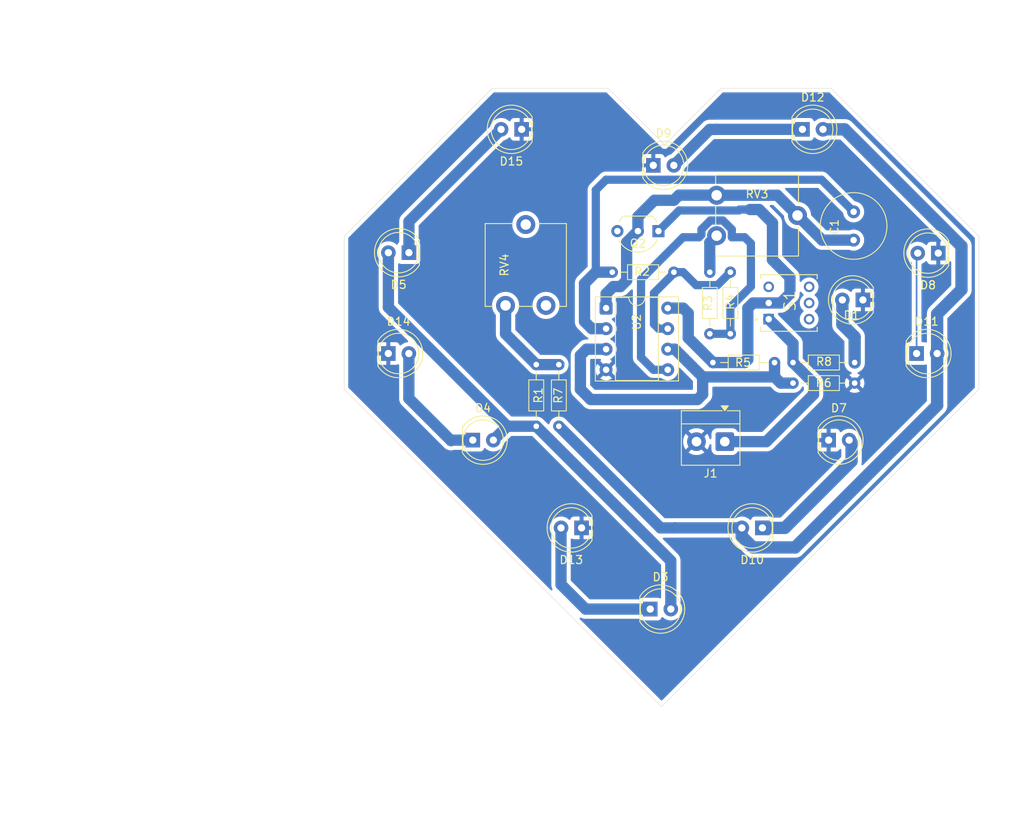
<source format=kicad_pcb>
(kicad_pcb (version 20241229) (generator "pcbnew") (generator_version "9.0")
  (layers (0 "F.Cu" signal) (2 "B.Cu" signal) (13 "F.Paste" user) (15 "B.Paste" user) (5 "F.SilkS" user "F.Silkscreen") (7 "B.SilkS" user "B.Silkscreen") (1 "F.Mask" user) (3 "B.Mask" user) (25 "Edge.Cuts" user))
  (net 0 "")
  (net 1 "breath")
  (net 2 "Net-(D3-A)")
  (net 3 "Net-(D13-A)")
  (net 4 "Net-(D14-A)")
  (net 5 "Net-(D15-A)")
  (net 6 "GND")
  (net 7 "Net-(D10-K)")
  (net 8 "Net-(D11-K)")
  (net 9 "Net-(D12-K)")
  (net 10 "Net-(D10-A)")
  (net 11 "+12V")
  (net 12 "Net-(R1-Pad1)")
  (net 13 "Net-(R2-Pad2)")
  (net 14 "Net-(R3-Pad2)")
  (net 15 "Net-(U2A--)")
  (net 16 "Net-(U2B-+)")
  (net 17 "Net-(U2A-+)")
  (net 18 "+12V_pre")
  (net 19 "Net-(D1-A)")
  (net 24 "Net-(Q2-E)")
  (footprint "Resistor_THT:R_Axial_DIN0204_L3.6mm_D1.6mm_P7.62mm_Horizontal" (layer "F.Cu") (at 164.084 92.202 90)
    (property "Reference" "R3" (at 3.78 -0.23 90) (layer "F.SilkS"))
    (property "Value" "10k")
    (fp_line (start 6.68 0) (end 5.73 0) (stroke (width 0.12)) (layer "F.SilkS"))
    (fp_line (start 0.94 0) (end 1.89 0) (stroke (width 0.12)) (layer "F.SilkS"))
    (fp_rect (start 1.89 -0.92) (end 5.73 0.92) (stroke (width 0.12)) (fill no) (layer "F.SilkS"))
    (pad "1" thru_hole circle (at 0 0 90) (size 1.4 1.4) (drill 0.7) (layers "*.Cu" "*.Mask") (net 16 "Net-(U2B-+)"))
    (pad "2" thru_hole circle (at 7.62 0 90) (size 1.4 1.4) (drill 0.7) (layers "*.Cu" "*.Mask") (net 14 "Net-(R3-Pad2)"))
  )
  (footprint "LED_THT:LED_D5.0mm_IRGrey" (layer "F.Cu") (at 192.333 82.227 180)
    (property "Reference" "D8" (at 1.27 -3.96 0) (layer "F.SilkS"))
    (property "Value" "LED")
    (fp_line (start -1.29 -1.545) (end -1.29 1.545) (stroke (width 0.12)) (layer "F.SilkS"))
    (fp_arc (start 4.26 0) (mid 2.071779 2.880495) (end -1.29 1.54483) (stroke (width 0.12)) (layer "F.SilkS"))
    (fp_arc (start -1.29 -1.54483) (mid 2.071779 -2.880495) (end 4.26 0) (stroke (width 0.12)) (layer "F.SilkS"))
    (fp_circle (center 1.27 0) (end 3.77 0) (stroke (width 0.12)) (fill no) (layer "F.SilkS"))
    (pad "1" thru_hole rect (at 0 0 180) (size 1.8 1.8) (drill 0.9) (layers "*.Cu" "*.Mask") (net 6 "GND"))
    (pad "2" thru_hole circle (at 2.54 0 180) (size 1.8 1.8) (drill 0.9) (layers "*.Cu" "*.Mask") (net 8 "Net-(D11-K)"))
  )
  (footprint "LED_THT:LED_D5.0mm_IRGrey" (layer "F.Cu") (at 157.094 71.374)
    (property "Reference" "D9" (at 1.27 -3.96 0) (layer "F.SilkS"))
    (property "Value" "LED")
    (fp_line (start -1.29 -1.545) (end -1.29 1.545) (stroke (width 0.12)) (layer "F.SilkS"))
    (fp_arc (start -1.29 -1.54483) (mid 2.071779 -2.880495) (end 4.26 0) (stroke (width 0.12)) (layer "F.SilkS"))
    (fp_arc (start 4.26 0) (mid 2.071779 2.880495) (end -1.29 1.54483) (stroke (width 0.12)) (layer "F.SilkS"))
    (fp_circle (center 1.27 0) (end 3.77 0) (stroke (width 0.12)) (fill no) (layer "F.SilkS"))
    (pad "1" thru_hole rect (at 0 0) (size 1.8 1.8) (drill 0.9) (layers "*.Cu" "*.Mask") (net 6 "GND"))
    (pad "2" thru_hole circle (at 2.54 0) (size 1.8 1.8) (drill 0.9) (layers "*.Cu" "*.Mask") (net 9 "Net-(D12-K)"))
  )
  (footprint "LED_THT:LED_D5.0mm_IRGrey" (layer "F.Cu") (at 183.012 88.011 180)
    (property "Reference" "D1" (at 1.402 -1.905 0) (layer "F.SilkS"))
    (property "Value" "LED")
    (fp_line (start -1.29 -1.545) (end -1.29 1.545) (stroke (width 0.12)) (layer "F.SilkS"))
    (fp_arc (start 4.26 0) (mid 2.071779 2.880495) (end -1.29 1.54483) (stroke (width 0.12)) (layer "F.SilkS"))
    (fp_arc (start -1.29 -1.54483) (mid 2.071779 -2.880495) (end 4.26 0) (stroke (width 0.12)) (layer "F.SilkS"))
    (fp_circle (center 1.27 0) (end 3.77 0) (stroke (width 0.12)) (fill no) (layer "F.SilkS"))
    (pad "1" thru_hole rect (at 0 0 180) (size 1.8 1.8) (drill 0.9) (layers "*.Cu" "*.Mask") (net 6 "GND"))
    (pad "2" thru_hole circle (at 2.54 0 180) (size 1.8 1.8) (drill 0.9) (layers "*.Cu" "*.Mask") (net 19 "Net-(D1-A)"))
  )
  (footprint "Resistor_THT:R_Axial_DIN0204_L3.6mm_D1.6mm_P7.62mm_Horizontal" (layer "F.Cu") (at 142.621 96.012 -90)
    (property "Reference" "R1" (at 3.81 -0.254 90) (layer "F.SilkS"))
    (property "Value" "22")
    (fp_line (start 0.94 0) (end 1.89 0) (stroke (width 0.12)) (layer "F.SilkS"))
    (fp_line (start 6.68 0) (end 5.73 0) (stroke (width 0.12)) (layer "F.SilkS"))
    (fp_rect (start 1.89 -0.92) (end 5.73 0.92) (stroke (width 0.12)) (fill no) (layer "F.SilkS"))
    (pad "1" thru_hole circle (at 0 0 270) (size 1.4 1.4) (drill 0.7) (layers "*.Cu" "*.Mask") (net 12 "Net-(R1-Pad1)"))
    (pad "2" thru_hole circle (at 7.62 0 270) (size 1.4 1.4) (drill 0.7) (layers "*.Cu" "*.Mask") (net 2 "Net-(D3-A)"))
  )
  (footprint "Resistor_THT:R_Axial_DIN0204_L3.6mm_D1.6mm_P7.62mm_Horizontal" (layer "F.Cu") (at 174.371 95.758)
    (property "Reference" "R8" (at 3.83 -0.11 0) (layer "F.SilkS"))
    (property "Value" "220")
    (fp_line (start 0.94 0) (end 1.89 0) (stroke (width 0.12)) (layer "F.SilkS"))
    (fp_line (start 6.68 0) (end 5.73 0) (stroke (width 0.12)) (layer "F.SilkS"))
    (fp_rect (start 1.89 -0.92) (end 5.73 0.92) (stroke (width 0.12)) (fill no) (layer "F.SilkS"))
    (pad "1" thru_hole circle (at 0 0) (size 1.4 1.4) (drill 0.7) (layers "*.Cu" "*.Mask") (net 18 "+12V_pre"))
    (pad "2" thru_hole circle (at 7.62 0) (size 1.4 1.4) (drill 0.7) (layers "*.Cu" "*.Mask") (net 19 "Net-(D1-A)"))
  )
  (footprint "Resistor_THT:R_Axial_DIN0204_L3.6mm_D1.6mm_P7.62mm_Horizontal" (layer "F.Cu") (at 174.371 98.298)
    (property "Reference" "R6" (at 3.79 -0.02 0) (layer "F.SilkS"))
    (property "Value" "27k")
    (fp_line (start 0.94 0) (end 1.89 0) (stroke (width 0.12)) (layer "F.SilkS"))
    (fp_line (start 6.68 0) (end 5.73 0) (stroke (width 0.12)) (layer "F.SilkS"))
    (fp_rect (start 1.89 -0.92) (end 5.73 0.92) (stroke (width 0.12)) (fill no) (layer "F.SilkS"))
    (pad "1" thru_hole circle (at 0 0) (size 1.4 1.4) (drill 0.7) (layers "*.Cu" "*.Mask") (net 17 "Net-(U2A-+)"))
    (pad "2" thru_hole circle (at 7.62 0) (size 1.4 1.4) (drill 0.7) (layers "*.Cu" "*.Mask") (net 6 "GND"))
  )
  (footprint "LED_THT:LED_D5.0mm_IRGrey" (layer "F.Cu") (at 126.878 82.169 180)
    (property "Reference" "D5" (at 1.27 -3.96 0) (layer "F.SilkS"))
    (property "Value" "LED")
    (fp_line (start -1.29 -1.545) (end -1.29 1.545) (stroke (width 0.12)) (layer "F.SilkS"))
    (fp_arc (start 4.26 0) (mid 2.071779 2.880495) (end -1.29 1.54483) (stroke (width 0.12)) (layer "F.SilkS"))
    (fp_arc (start -1.29 -1.54483) (mid 2.071779 -2.880495) (end 4.26 0) (stroke (width 0.12)) (layer "F.SilkS"))
    (fp_circle (center 1.27 0) (end 3.77 0) (stroke (width 0.12)) (fill no) (layer "F.SilkS"))
    (pad "1" thru_hole rect (at 0 0 180) (size 1.8 1.8) (drill 0.9) (layers "*.Cu" "*.Mask") (net 5 "Net-(D15-A)"))
    (pad "2" thru_hole circle (at 2.54 0 180) (size 1.8 1.8) (drill 0.9) (layers "*.Cu" "*.Mask") (net 2 "Net-(D3-A)"))
  )
  (footprint "TL2230OAF140:SW_TL2230OAF140" (layer "F.Cu") (at 173.863 88.392 90)
    (property "Reference" "S1" (at 0.254 0.127 90) (layer "F.SilkS") (effects (font (size 1.4 1.4))))
    (property "Value" "TL2230OAF140")
    (fp_line (start 3.5 -3.5) (end 3.5 3.5) (stroke (width 0.127)) (layer "F.SilkS"))
    (fp_line (start 3 -3.5) (end 3.5 -3.5) (stroke (width 0.127)) (layer "F.SilkS"))
    (fp_line (start -3.5 -3.5) (end -3 -3.5) (stroke (width 0.127)) (layer "F.SilkS"))
    (fp_line (start 3 3.5) (end 3.5 3.5) (stroke (width 0.127)) (layer "F.SilkS"))
    (fp_line (start -3.5 3.5) (end -3.5 -3.5) (stroke (width 0.127)) (layer "F.SilkS"))
    (fp_line (start -3.5 3.5) (end -3 3.5) (stroke (width 0.127)) (layer "F.SilkS"))
    (fp_circle (center -2.04 -4) (end -1.94 -4) (stroke (width 0.2)) (fill no) (layer "F.SilkS"))
    (pad "1" thru_hole rect (at -2 -2.5 90) (size 1.308 1.308) (drill 0.8) (layers "*.Cu" "*.Mask") (net 18 "+12V_pre"))
    (pad "2" thru_hole circle (at 0 -2.5 90) (size 1.308 1.308) (drill 0.8) (layers "*.Cu" "*.Mask") (net 11 "+12V"))
    (pad "3" thru_hole circle (at 2 -2.5 90) (size 1.308 1.308) (drill 0.8) (layers "*.Cu" "*.Mask"))
    (pad "4" thru_hole circle (at -2 2.5 90) (size 1.308 1.308) (drill 0.8) (layers "*.Cu" "*.Mask"))
    (pad "5" thru_hole circle (at 0 2.5 90) (size 1.308 1.308) (drill 0.8) (layers "*.Cu" "*.Mask"))
    (pad "6" thru_hole circle (at 2 2.5 90) (size 1.308 1.308) (drill 0.8) (layers "*.Cu" "*.Mask"))
  )
  (footprint "Package_TO_SOT_THT:TO-92_Inline_Wide" (layer "F.Cu") (at 157.734 79.502 180)
    (property "Reference" "Q2" (at 2.54 -1.524 0) (layer "F.SilkS"))
    (property "Value" "BC548")
    (fp_line (start 0.74 1.85) (end 4.34 1.85) (stroke (width 0.12)) (layer "F.SilkS"))
    (fp_arc (start 4.864184 1.122795) (mid 4.633903 1.509328) (end 4.34 1.85) (stroke (width 0.12)) (layer "F.SilkS"))
    (fp_arc (start 2.54 -2.6) (mid 3.936979 -2.192818) (end 4.8964 -1.098807) (stroke (width 0.12)) (layer "F.SilkS"))
    (fp_arc (start 0.74 1.85) (mid 0.446097 1.509328) (end 0.215816 1.122795) (stroke (width 0.12)) (layer "F.SilkS"))
    (fp_arc (start 0.1836 -1.098807) (mid 1.143021 -2.192817) (end 2.54 -2.6) (stroke (width 0.12)) (layer "F.SilkS"))
    (pad "1" thru_hole rect (at 0 0 180) (size 1.5 1.5) (drill 0.8) (layers "*.Cu" "*.Mask") (net 11 "+12V"))
    (pad "2" thru_hole circle (at 2.54 0 180) (size 1.5 1.5) (drill 0.8) (layers "*.Cu" "*.Mask") (net 1 "breath"))
    (pad "3" thru_hole circle (at 5.08 0 180) (size 1.5 1.5) (drill 0.8) (layers "*.Cu" "*.Mask") (net 24 "Net-(Q2-E)"))
  )
  (footprint "Resistor_THT:R_Axial_DIN0204_L3.6mm_D1.6mm_P7.62mm_Horizontal" (layer "F.Cu") (at 145.415 96.012 -90)
    (property "Reference" "R7" (at 3.833 0.078 90) (layer "F.SilkS"))
    (property "Value" "22")
    (fp_line (start 0.94 0) (end 1.89 0) (stroke (width 0.12)) (layer "F.SilkS"))
    (fp_line (start 6.68 0) (end 5.73 0) (stroke (width 0.12)) (layer "F.SilkS"))
    (fp_rect (start 1.89 -0.92) (end 5.73 0.92) (stroke (width 0.12)) (fill no) (layer "F.SilkS"))
    (pad "1" thru_hole circle (at 0 0 270) (size 1.4 1.4) (drill 0.7) (layers "*.Cu" "*.Mask") (net 12 "Net-(R1-Pad1)"))
    (pad "2" thru_hole circle (at 7.62 0 270) (size 1.4 1.4) (drill 0.7) (layers "*.Cu" "*.Mask") (net 10 "Net-(D10-A)"))
  )
  (footprint "TerminalBlock_MetzConnect:TerminalBlock_MetzConnect_Type059_RT06302HBWC_1x02_P3.50mm_Horizontal" (layer "F.Cu") (at 165.933 105.537 180)
    (property "Reference" "J1" (at 1.75 -3.92 0) (layer "F.SilkS"))
    (property "Value" "Screw_Terminal_01x02")
    (fp_line (start 5.37 3.82) (end 0.3 3.82) (stroke (width 0.12)) (layer "F.SilkS"))
    (fp_line (start 5.37 -2.92) (end 5.37 3.82) (stroke (width 0.12)) (layer "F.SilkS"))
    (fp_line (start -0.3 3.82) (end -1.87 3.82) (stroke (width 0.12)) (layer "F.SilkS"))
    (fp_line (start -1.87 3.82) (end -1.87 -2.92) (stroke (width 0.12)) (layer "F.SilkS"))
    (fp_line (start -1.87 2.2) (end 5.37 2.2) (stroke (width 0.12)) (layer "F.SilkS"))
    (fp_line (start -1.87 -2.92) (end 5.37 -2.92) (stroke (width 0.12)) (layer "F.SilkS"))
    (fp_poly (pts (xy 0 3.82) (xy 0.44 4.43) (xy -0.44 4.43)) (stroke (width 0.12)) (fill yes) (layer "F.SilkS"))
    (pad "1" thru_hole roundrect (at 0 0 180) (size 2.3 2.3) (drill 1.2) (layers "*.Cu" "*.Mask") (roundrect_rratio 0.108696) (net 18 "+12V_pre"))
    (pad "2" thru_hole circle (at 3.5 0 180) (size 2.3 2.3) (drill 1.2) (layers "*.Cu" "*.Mask") (net 6 "GND"))
  )
  (footprint "Package_DIP:DIP-8_W7.62mm_Socket" (layer "F.Cu") (at 151.257 89.027)
    (property "Reference" "U2" (at 3.78 1.7 90) (layer "F.SilkS"))
    (property "Value" "LM358")
    (fp_line (start 1.16 -1.33) (end 1.16 8.95) (stroke (width 0.12)) (layer "F.SilkS"))
    (fp_line (start 1.16 8.95) (end 6.46 8.95) (stroke (width 0.12)) (layer "F.SilkS"))
    (fp_line (start 2.81 -1.33) (end 1.16 -1.33) (stroke (width 0.12)) (layer "F.SilkS"))
    (fp_line (start 6.46 -1.33) (end 4.81 -1.33) (stroke (width 0.12)) (layer "F.SilkS"))
    (fp_line (start 6.46 8.95) (end 6.46 -1.33) (stroke (width 0.12)) (layer "F.SilkS"))
    (fp_rect (start -1.33 -1.39) (end 8.95 9.01) (stroke (width 0.12)) (fill no) (layer "F.SilkS"))
    (fp_arc (start 4.81 -1.33) (mid 3.81 -0.33) (end 2.81 -1.33) (stroke (width 0.12)) (layer "F.SilkS"))
    (pad "1" thru_hole roundrect (at 0 0) (size 1.6 1.6) (drill 0.8) (layers "*.Cu" "*.Mask") (roundrect_rratio 0.15625) (net 1 "breath"))
    (pad "2" thru_hole circle (at 0 2.54) (size 1.6 1.6) (drill 0.8) (layers "*.Cu" "*.Mask") (net 15 "Net-(U2A--)"))
    (pad "3" thru_hole circle (at 0 5.08) (size 1.6 1.6) (drill 0.8) (layers "*.Cu" "*.Mask") (net 17 "Net-(U2A-+)"))
    (pad "4" thru_hole circle (at 0 7.62) (size 1.6 1.6) (drill 0.8) (layers "*.Cu" "*.Mask") (net 6 "GND"))
    (pad "5" thru_hole circle (at 7.62 7.62) (size 1.6 1.6) (drill 0.8) (layers "*.Cu" "*.Mask") (net 16 "Net-(U2B-+)"))
    (pad "6" thru_hole circle (at 7.62 5.08) (size 1.6 1.6) (drill 0.8) (layers "*.Cu" "*.Mask") (net 17 "Net-(U2A-+)"))
    (pad "7" thru_hole circle (at 7.62 2.54) (size 1.6 1.6) (drill 0.8) (layers "*.Cu" "*.Mask") (net 13 "Net-(R2-Pad2)"))
    (pad "8" thru_hole circle (at 7.62 0) (size 1.6 1.6) (drill 0.8) (layers "*.Cu" "*.Mask") (net 11 "+12V"))
  )
  (footprint "Resistor_THT:R_Axial_DIN0204_L3.6mm_D1.6mm_P7.62mm_Horizontal" (layer "F.Cu") (at 164.465 95.758)
    (property "Reference" "R5" (at 3.72 0 0) (layer "F.SilkS"))
    (property "Value" "27k")
    (fp_line (start 0.94 0) (end 1.89 0) (stroke (width 0.12)) (layer "F.SilkS"))
    (fp_line (start 6.68 0) (end 5.73 0) (stroke (width 0.12)) (layer "F.SilkS"))
    (fp_rect (start 1.89 -0.92) (end 5.73 0.92) (stroke (width 0.12)) (fill no) (layer "F.SilkS"))
    (pad "1" thru_hole circle (at 0 0) (size 1.4 1.4) (drill 0.7) (layers "*.Cu" "*.Mask") (net 11 "+12V"))
    (pad "2" thru_hole circle (at 7.62 0) (size 1.4 1.4) (drill 0.7) (layers "*.Cu" "*.Mask") (net 17 "Net-(U2A-+)"))
  )
  (footprint "Potentiometer_THT:Potentiometer_ACP_CA9-V10_Vertical" (layer "F.Cu") (at 143.826 88.693 90)
    (property "Reference" "RV4" (at 5 -5.142 90) (layer "F.SilkS"))
    (property "Value" "1k")
    (fp_line (start 10.12 -7.521) (end 10.12 -3.925) (stroke (width 0.12)) (layer "F.SilkS"))
    (fp_line (start -0.12 -7.521) (end 10.12 -7.521) (stroke (width 0.12)) (layer "F.SilkS"))
    (fp_line (start -0.12 -7.521) (end -0.12 -6.426) (stroke (width 0.12)) (layer "F.SilkS"))
    (fp_line (start -0.12 -3.574) (end -0.12 -1.425) (stroke (width 0.12)) (layer "F.SilkS"))
    (fp_line (start 10.12 -1.075) (end 10.12 2.52) (stroke (width 0.12)) (layer "F.SilkS"))
    (fp_line (start -0.12 1.425) (end -0.12 2.52) (stroke (width 0.12)) (layer "F.SilkS"))
    (fp_line (start -0.12 2.52) (end 10.12 2.52) (stroke (width 0.12)) (layer "F.SilkS"))
    (pad "1" thru_hole circle (at 0 0 90) (size 2.34 2.34) (drill 1.3) (layers "*.Cu" "*.Mask") (net 24 "Net-(Q2-E)"))
    (pad "2" thru_hole circle (at 10 -2.5 90) (size 2.34 2.34) (drill 1.3) (layers "*.Cu" "*.Mask") (net 24 "Net-(Q2-E)"))
    (pad "3" thru_hole circle (at 0 -5 90) (size 2.34 2.34) (drill 1.3) (layers "*.Cu" "*.Mask") (net 12 "Net-(R1-Pad1)"))
  )
  (footprint "Resistor_THT:R_Axial_DIN0204_L3.6mm_D1.6mm_P7.62mm_Horizontal" (layer "F.Cu") (at 152.019 84.582)
    (property "Reference" "R2" (at 3.683 -0.08 0) (layer "F.SilkS"))
    (property "Value" "10k")
    (fp_line (start 0.94 0) (end 1.89 0) (stroke (width 0.12)) (layer "F.SilkS"))
    (fp_line (start 6.68 0) (end 5.73 0) (stroke (width 0.12)) (layer "F.SilkS"))
    (fp_rect (start 1.89 -0.92) (end 5.73 0.92) (stroke (width 0.12)) (fill no) (layer "F.SilkS"))
    (pad "1" thru_hole circle (at 0 0) (size 1.4 1.4) (drill 0.7) (layers "*.Cu" "*.Mask") (net 15 "Net-(U2A--)"))
    (pad "2" thru_hole circle (at 7.62 0) (size 1.4 1.4) (drill 0.7) (layers "*.Cu" "*.Mask") (net 13 "Net-(R2-Pad2)"))
  )
  (footprint "LED_THT:LED_D5.0mm_IRGrey" (layer "F.Cu") (at 189.65 94.64)
    (property "Reference" "D11" (at 1.27 -3.96 0) (layer "F.SilkS"))
    (property "Value" "LED")
    (fp_line (start -1.29 -1.545) (end -1.29 1.545) (stroke (width 0.12)) (layer "F.SilkS"))
    (fp_arc (start -1.29 -1.54483) (mid 2.071779 -2.880495) (end 4.26 0) (stroke (width 0.12)) (layer "F.SilkS"))
    (fp_arc (start 4.26 0) (mid 2.071779 2.880495) (end -1.29 1.54483) (stroke (width 0.12)) (layer "F.SilkS"))
    (fp_circle (center 1.27 0) (end 3.77 0) (stroke (width 0.12)) (fill no) (layer "F.SilkS"))
    (pad "1" thru_hole rect (at 0 0) (size 1.8 1.8) (drill 0.9) (layers "*.Cu" "*.Mask") (net 8 "Net-(D11-K)"))
    (pad "2" thru_hole circle (at 2.54 0) (size 1.8 1.8) (drill 0.9) (layers "*.Cu" "*.Mask") (net 10 "Net-(D10-A)"))
  )
  (footprint "LED_THT:LED_D5.0mm_IRGrey" (layer "F.Cu") (at 148.225 116.2 180)
    (property "Reference" "D13" (at 1.27 -3.96 0) (layer "F.SilkS"))
    (property "Value" "LED")
    (fp_line (start -1.29 -1.545) (end -1.29 1.545) (stroke (width 0.12)) (layer "F.SilkS"))
    (fp_arc (start 4.26 0) (mid 2.071779 2.880495) (end -1.29 1.54483) (stroke (width 0.12)) (layer "F.SilkS"))
    (fp_arc (start -1.29 -1.54483) (mid 2.071779 -2.880495) (end 4.26 0) (stroke (width 0.12)) (layer "F.SilkS"))
    (fp_circle (center 1.27 0) (end 3.77 0) (stroke (width 0.12)) (fill no) (layer "F.SilkS"))
    (pad "1" thru_hole rect (at 0 0 180) (size 1.8 1.8) (drill 0.9) (layers "*.Cu" "*.Mask") (net 6 "GND"))
    (pad "2" thru_hole circle (at 2.54 0 180) (size 1.8 1.8) (drill 0.9) (layers "*.Cu" "*.Mask") (net 3 "Net-(D13-A)"))
  )
  (footprint "Capacitor_THT:C_Radial_D8.0mm_H11.5mm_P3.50mm" (layer "F.Cu") (at 181.864 80.617 90)
    (property "Reference" "C1" (at 1.62 -2.37 90) (layer "F.SilkS"))
    (property "Value" "22u")
    (fp_circle (center 1.75 0) (end 5.87 0) (stroke (width 0.12)) (fill no) (layer "F.SilkS"))
    (pad "1" thru_hole circle (at 0 0 90) (size 1.6 1.6) (drill 0.8) (layers "*.Cu" "*.Mask") (net 1 "breath"))
    (pad "2" thru_hole circle (at 3.5 0 90) (size 1.6 1.6) (drill 0.8) (layers "*.Cu" "*.Mask") (net 15 "Net-(U2A--)"))
  )
  (footprint "LED_THT:LED_D5.0mm_IRGrey" (layer "F.Cu") (at 178.775 105.35)
    (property "Reference" "D7" (at 1.27 -3.96 0) (layer "F.SilkS"))
    (property "Value" "LED")
    (fp_line (start -1.29 -1.545) (end -1.29 1.545) (stroke (width 0.12)) (layer "F.SilkS"))
    (fp_arc (start -1.29 -1.54483) (mid 2.071779 -2.880495) (end 4.26 0) (stroke (width 0.12)) (layer "F.SilkS"))
    (fp_arc (start 4.26 0) (mid 2.071779 2.880495) (end -1.29 1.54483) (stroke (width 0.12)) (layer "F.SilkS"))
    (fp_circle (center 1.27 0) (end 3.77 0) (stroke (width 0.12)) (fill no) (layer "F.SilkS"))
    (pad "1" thru_hole rect (at 0 0) (size 1.8 1.8) (drill 0.9) (layers "*.Cu" "*.Mask") (net 6 "GND"))
    (pad "2" thru_hole circle (at 2.54 0) (size 1.8 1.8) (drill 0.9) (layers "*.Cu" "*.Mask") (net 7 "Net-(D10-K)"))
  )
  (footprint "Resistor_THT:R_Axial_DIN0204_L3.6mm_D1.6mm_P7.62mm_Horizontal" (layer "F.Cu") (at 166.624 92.202 90)
    (property "Reference" "R4" (at 3.94 -0.03 90) (layer "F.SilkS"))
    (property "Value" "100k")
    (fp_line (start 6.68 0) (end 5.73 0) (stroke (width 0.12)) (layer "F.SilkS"))
    (fp_line (start 0.94 0) (end 1.89 0) (stroke (width 0.12)) (layer "F.SilkS"))
    (fp_rect (start 1.89 -0.92) (end 5.73 0.92) (stroke (width 0.12)) (fill no) (layer "F.SilkS"))
    (pad "1" thru_hole circle (at 0 0 90) (size 1.4 1.4) (drill 0.7) (layers "*.Cu" "*.Mask") (net 16 "Net-(U2B-+)"))
    (pad "2" thru_hole circle (at 7.62 0 90) (size 1.4 1.4) (drill 0.7) (layers "*.Cu" "*.Mask") (net 13 "Net-(R2-Pad2)"))
  )
  (footprint "LED_THT:LED_D5.0mm_IRGrey" (layer "F.Cu") (at 156.72 126.24)
    (property "Reference" "D3" (at 1.27 -3.96 0) (layer "F.SilkS"))
    (property "Value" "LED")
    (fp_line (start -1.29 -1.545) (end -1.29 1.545) (stroke (width 0.12)) (layer "F.SilkS"))
    (fp_arc (start -1.29 -1.54483) (mid 2.071779 -2.880495) (end 4.26 0) (stroke (width 0.12)) (layer "F.SilkS"))
    (fp_arc (start 4.26 0) (mid 2.071779 2.880495) (end -1.29 1.54483) (stroke (width 0.12)) (layer "F.SilkS"))
    (fp_circle (center 1.27 0) (end 3.77 0) (stroke (width 0.12)) (fill no) (layer "F.SilkS"))
    (pad "1" thru_hole rect (at 0 0) (size 1.8 1.8) (drill 0.9) (layers "*.Cu" "*.Mask") (net 3 "Net-(D13-A)"))
    (pad "2" thru_hole circle (at 2.54 0) (size 1.8 1.8) (drill 0.9) (layers "*.Cu" "*.Mask") (net 2 "Net-(D3-A)"))
  )
  (footprint "LED_THT:LED_D5.0mm_IRGrey" (layer "F.Cu") (at 170.585 116.2 180)
    (property "Reference" "D10" (at 1.27 -3.96 0) (layer "F.SilkS"))
    (property "Value" "LED")
    (fp_line (start -1.29 -1.545) (end -1.29 1.545) (stroke (width 0.12)) (layer "F.SilkS"))
    (fp_arc (start 4.26 0) (mid 2.071779 2.880495) (end -1.29 1.54483) (stroke (width 0.12)) (layer "F.SilkS"))
    (fp_arc (start -1.29 -1.54483) (mid 2.071779 -2.880495) (end 4.26 0) (stroke (width 0.12)) (layer "F.SilkS"))
    (fp_circle (center 1.27 0) (end 3.77 0) (stroke (width 0.12)) (fill no) (layer "F.SilkS"))
    (pad "1" thru_hole rect (at 0 0 180) (size 1.8 1.8) (drill 0.9) (layers "*.Cu" "*.Mask") (net 7 "Net-(D10-K)"))
    (pad "2" thru_hole circle (at 2.54 0 180) (size 1.8 1.8) (drill 0.9) (layers "*.Cu" "*.Mask") (net 10 "Net-(D10-A)"))
  )
  (footprint "Potentiometer_THT:Potentiometer_ACP_CA9-V10_Vertical" (layer "F.Cu") (at 164.926 80.072)
    (property "Reference" "RV3" (at 5 -5.142 0) (layer "F.SilkS"))
    (property "Value" "50k")
    (fp_line (start -0.12 -7.521) (end -0.12 -6.426) (stroke (width 0.12)) (layer "F.SilkS"))
    (fp_line (start -0.12 -7.521) (end 10.12 -7.521) (stroke (width 0.12)) (layer "F.SilkS"))
    (fp_line (start -0.12 -3.574) (end -0.12 -1.425) (stroke (width 0.12)) (layer "F.SilkS"))
    (fp_line (start -0.12 1.425) (end -0.12 2.52) (stroke (width 0.12)) (layer "F.SilkS"))
    (fp_line (start -0.12 2.52) (end 10.12 2.52) (stroke (width 0.12)) (layer "F.SilkS"))
    (fp_line (start 10.12 -7.521) (end 10.12 -3.925) (stroke (width 0.12)) (layer "F.SilkS"))
    (fp_line (start 10.12 -1.075) (end 10.12 2.52) (stroke (width 0.12)) (layer "F.SilkS"))
    (pad "1" thru_hole circle (at 0 0) (size 2.34 2.34) (drill 1.3) (layers "*.Cu" "*.Mask") (net 14 "Net-(R3-Pad2)"))
    (pad "2" thru_hole circle (at 10 -2.5) (size 2.34 2.34) (drill 1.3) (layers "*.Cu" "*.Mask") (net 1 "breath"))
    (pad "3" thru_hole circle (at 0 -5) (size 2.34 2.34) (drill 1.3) (layers "*.Cu" "*.Mask") (net 1 "breath"))
  )
  (footprint "LED_THT:LED_D5.0mm_IRGrey" (layer "F.Cu") (at 140.815 66.92 180)
    (property "Reference" "D15" (at 1.27 -3.96 0) (layer "F.SilkS"))
    (property "Value" "LED")
    (fp_line (start -1.29 -1.545) (end -1.29 1.545) (stroke (width 0.12)) (layer "F.SilkS"))
    (fp_arc (start 4.26 0) (mid 2.071779 2.880495) (end -1.29 1.54483) (stroke (width 0.12)) (layer "F.SilkS"))
    (fp_arc (start -1.29 -1.54483) (mid 2.071779 -2.880495) (end 4.26 0) (stroke (width 0.12)) (layer "F.SilkS"))
    (fp_circle (center 1.27 0) (end 3.77 0) (stroke (width 0.12)) (fill no) (layer "F.SilkS"))
    (pad "1" thru_hole rect (at 0 0 180) (size 1.8 1.8) (drill 0.9) (layers "*.Cu" "*.Mask") (net 6 "GND"))
    (pad "2" thru_hole circle (at 2.54 0 180) (size 1.8 1.8) (drill 0.9) (layers "*.Cu" "*.Mask") (net 5 "Net-(D15-A)"))
  )
  (footprint "LED_THT:LED_D5.0mm_IRGrey" (layer "F.Cu") (at 175.535 66.92)
    (property "Reference" "D12" (at 1.27 -3.96 0) (layer "F.SilkS"))
    (property "Value" "LED")
    (fp_line (start -1.29 -1.545) (end -1.29 1.545) (stroke (width 0.12)) (layer "F.SilkS"))
    (fp_arc (start -1.29 -1.54483) (mid 2.071779 -2.880495) (end 4.26 0) (stroke (width 0.12)) (layer "F.SilkS"))
    (fp_arc (start 4.26 0) (mid 2.071779 2.880495) (end -1.29 1.54483) (stroke (width 0.12)) (layer "F.SilkS"))
    (fp_circle (center 1.27 0) (end 3.77 0) (stroke (width 0.12)) (fill no) (layer "F.SilkS"))
    (pad "1" thru_hole rect (at 0 0) (size 1.8 1.8) (drill 0.9) (layers "*.Cu" "*.Mask") (net 9 "Net-(D12-K)"))
    (pad "2" thru_hole circle (at 2.54 0) (size 1.8 1.8) (drill 0.9) (layers "*.Cu" "*.Mask") (net 10 "Net-(D10-A)"))
  )
  (footprint "LED_THT:LED_D5.0mm_IRGrey" (layer "F.Cu") (at 124.328 94.64)
    (property "Reference" "D14" (at 1.27 -3.96 0) (layer "F.SilkS"))
    (property "Value" "LED")
    (fp_line (start -1.29 -1.545) (end -1.29 1.545) (stroke (width 0.12)) (layer "F.SilkS"))
    (fp_arc (start -1.29 -1.54483) (mid 2.071779 -2.880495) (end 4.26 0) (stroke (width 0.12)) (layer "F.SilkS"))
    (fp_arc (start 4.26 0) (mid 2.071779 2.880495) (end -1.29 1.54483) (stroke (width 0.12)) (layer "F.SilkS"))
    (fp_circle (center 1.27 0) (end 3.77 0) (stroke (width 0.12)) (fill no) (layer "F.SilkS"))
    (pad "1" thru_hole rect (at 0 0) (size 1.8 1.8) (drill 0.9) (layers "*.Cu" "*.Mask") (net 6 "GND"))
    (pad "2" thru_hole circle (at 2.54 0) (size 1.8 1.8) (drill 0.9) (layers "*.Cu" "*.Mask") (net 4 "Net-(D14-A)"))
  )
  (footprint "LED_THT:LED_D5.0mm_IRGrey" (layer "F.Cu") (at 134.775 105.35)
    (property "Reference" "D4" (at 1.27 -3.96 0) (layer "F.SilkS"))
    (property "Value" "LED")
    (fp_line (start -1.29 -1.545) (end -1.29 1.545) (stroke (width 0.12)) (layer "F.SilkS"))
    (fp_arc (start -1.29 -1.54483) (mid 2.071779 -2.880495) (end 4.26 0) (stroke (width 0.12)) (layer "F.SilkS"))
    (fp_arc (start 4.26 0) (mid 2.071779 2.880495) (end -1.29 1.54483) (stroke (width 0.12)) (layer "F.SilkS"))
    (fp_circle (center 1.27 0) (end 3.77 0) (stroke (width 0.12)) (fill no) (layer "F.SilkS"))
    (pad "1" thru_hole rect (at 0 0) (size 1.8 1.8) (drill 0.9) (layers "*.Cu" "*.Mask") (net 4 "Net-(D14-A)"))
    (pad "2" thru_hole circle (at 2.54 0) (size 1.8 1.8) (drill 0.9) (layers "*.Cu" "*.Mask") (net 2 "Net-(D3-A)"))
  )
  (gr_line (start 165.481 61.849) (end 179.07 61.849) (stroke (width 0.05)) (layer "Edge.Cuts"))
  (gr_line (start 158.115 138.303) (end 118.872 99.06) (stroke (width 0.05)) (layer "Edge.Cuts"))
  (gr_line (start 197.358 80.137) (end 179.07 61.849) (stroke (width 0.05)) (layer "Edge.Cuts"))
  (gr_line (start 158.115 138.303) (end 197.358 99.06) (stroke (width 0.05)) (layer "Edge.Cuts"))
  (gr_line (start 151.511 61.849) (end 137.16 61.849) (stroke (width 0.05)) (layer "Edge.Cuts"))
  (gr_line (start 158.496 68.834) (end 151.511 61.849) (stroke (width 0.05)) (layer "Edge.Cuts"))
  (gr_line (start 118.872 81.661) (end 118.872 80.137) (stroke (width 0.05)) (layer "Edge.Cuts"))
  (gr_line (start 197.358 99.06) (end 197.358 81.661) (stroke (width 0.05)) (layer "Edge.Cuts"))
  (gr_line (start 158.496 68.834) (end 165.481 61.849) (stroke (width 0.05)) (layer "Edge.Cuts"))
  (gr_line (start 118.872 99.06) (end 118.872 81.661) (stroke (width 0.05)) (layer "Edge.Cuts"))
  (gr_line (start 197.358 81.661) (end 197.358 80.137) (stroke (width 0.05)) (layer "Edge.Cuts"))
  (gr_line (start 118.872 80.137) (end 137.16 61.849) (stroke (width 0.05)) (layer "Edge.Cuts"))
  (segment (start 164.926 75.072) (end 164.911 75.057) (width 1.397) (layer "B.Cu") (net 1))
  (segment (start 164.911 75.057) (end 160.274 75.057) (width 1.397) (layer "B.Cu") (net 1))
  (segment (start 181.864 80.617) (end 177.971 80.617) (width 1.397) (layer "B.Cu") (net 1))
  (segment (start 157.226 75.692) (end 155.194 77.724) (width 1.397) (layer "B.Cu") (net 1))
  (segment (start 177.971 80.617) (end 174.926 77.572) (width 1.397) (layer "B.Cu") (net 1))
  (segment (start 153.797 85.598) (end 153.797 80.899) (width 1.397) (layer "B.Cu") (net 1))
  (segment (start 172.426 75.072) (end 164.926 75.072) (width 1.397) (layer "B.Cu") (net 1))
  (segment (start 151.257 89.027) (end 151.257 87.249) (width 1.397) (layer "B.Cu") (net 1))
  (segment (start 153.797 80.899) (end 155.194 79.502) (width 1.397) (layer "B.Cu") (net 1))
  (segment (start 160.274 75.057) (end 159.639 75.692) (width 1.397) (layer "B.Cu") (net 1))
  (segment (start 152.146 86.36) (end 153.035 86.36) (width 1.397) (layer "B.Cu") (net 1))
  (segment (start 159.639 75.692) (end 157.226 75.692) (width 1.397) (layer "B.Cu") (net 1))
  (segment (start 174.926 77.572) (end 172.426 75.072) (width 1.397) (layer "B.Cu") (net 1))
  (segment (start 155.194 77.724) (end 155.194 79.502) (width 1.397) (layer "B.Cu") (net 1))
  (segment (start 153.035 86.36) (end 153.797 85.598) (width 1.397) (layer "B.Cu") (net 1))
  (segment (start 151.257 87.249) (end 152.146 86.36) (width 1.397) (layer "B.Cu") (net 1))
  (segment (start 124.338 88.937) (end 124.338 82.169) (width 1.397) (layer "B.Cu") (net 2))
  (segment (start 137.315 105.35) (end 139.033 103.632) (width 1.397) (layer "B.Cu") (net 2))
  (segment (start 139.033 103.632) (end 124.338 88.937) (width 1.397) (layer "B.Cu") (net 2))
  (segment (start 142.621 103.632) (end 159.26 120.271) (width 1.397) (layer "B.Cu") (net 2))
  (segment (start 159.26 120.271) (end 159.26 126.24) (width 1.397) (layer "B.Cu") (net 2))
  (segment (start 139.033 103.632) (end 142.621 103.632) (width 1.397) (layer "B.Cu") (net 2))
  (segment (start 145.685 116.2) (end 145.685 123.206) (width 1.397) (layer "B.Cu") (net 3))
  (segment (start 148.719 126.24) (end 156.72 126.24) (width 1.397) (layer "B.Cu") (net 3))
  (segment (start 145.685 123.206) (end 148.719 126.24) (width 1.397) (layer "B.Cu") (net 3))
  (segment (start 132.08 105.41) (end 132.14 105.35) (width 1.397) (layer "B.Cu") (net 4))
  (segment (start 126.868 100.198) (end 132.08 105.41) (width 1.397) (layer "B.Cu") (net 4))
  (segment (start 126.868 94.64) (end 126.868 100.198) (width 1.397) (layer "B.Cu") (net 4))
  (segment (start 132.14 105.35) (end 134.775 105.35) (width 1.397) (layer "B.Cu") (net 4))
  (segment (start 126.878 82.169) (end 126.878 78.317) (width 1.397) (layer "B.Cu") (net 5))
  (segment (start 126.878 78.317) (end 138.275 66.92) (width 1.397) (layer "B.Cu") (net 5))
  (segment (start 181.61 105.645) (end 181.315 105.35) (width 1.524) (layer "B.Cu") (net 7))
  (segment (start 173.36 116.2) (end 181.61 107.95) (width 1.524) (layer "B.Cu") (net 7))
  (segment (start 170.585 116.2) (end 173.36 116.2) (width 1.524) (layer "B.Cu") (net 7))
  (segment (start 181.61 107.95) (end 181.61 105.645) (width 1.524) (layer "B.Cu") (net 7))
  (segment (start 189.65 94.64) (end 189.65 82.37) (width 0.2) (layer "B.Cu") (net 8))
  (segment (start 189.65 82.37) (end 189.793 82.227) (width 0.2) (layer "B.Cu") (net 8))
  (segment (start 164.079 66.929) (end 164.846 66.929) (width 1.397) (layer "B.Cu") (net 9))
  (segment (start 159.634 71.374) (end 164.079 66.929) (width 1.397) (layer "B.Cu") (net 9))
  (segment (start 164.846 66.929) (end 164.855 66.92) (width 1.397) (layer "B.Cu") (net 9))
  (segment (start 164.855 66.92) (end 175.535 66.92) (width 1.397) (layer "B.Cu") (net 9))
  (segment (start 145.415 103.632) (end 157.988 116.205) (width 1.397) (layer "B.Cu") (net 10))
  (segment (start 192.19 89.75) (end 195.199 86.741) (width 1.524) (layer "B.Cu") (net 10))
  (segment (start 180.752 66.92) (end 178.075 66.92) (width 1.524) (layer "B.Cu") (net 10))
  (segment (start 157.988 116.205) (end 159.766 116.205) (width 1.397) (layer "B.Cu") (net 10))
  (segment (start 168.021 116.224) (end 168.045 116.2) (width 1.524) (layer "B.Cu") (net 10))
  (segment (start 195.199 81.367) (end 180.752 66.92) (width 1.524) (layer "B.Cu") (net 10))
  (segment (start 195.199 86.741) (end 195.199 81.367) (width 1.524) (layer "B.Cu") (net 10))
  (segment (start 192.19 94.64) (end 192.19 101.053) (width 1.524) (layer "B.Cu") (net 10))
  (segment (start 192.19 101.053) (end 174.625 118.618) (width 1.524) (layer "B.Cu") (net 10))
  (segment (start 159.771 116.2) (end 168.045 116.2) (width 1.397) (layer "B.Cu") (net 10))
  (segment (start 169.418 118.618) (end 168.021 117.221) (width 1.524) (layer "B.Cu") (net 10))
  (segment (start 168.021 117.221) (end 168.021 116.224) (width 1.524) (layer "B.Cu") (net 10))
  (segment (start 159.766 116.205) (end 159.771 116.2) (width 1.397) (layer "B.Cu") (net 10))
  (segment (start 174.625 118.618) (end 169.418 118.618) (width 1.524) (layer "B.Cu") (net 10))
  (segment (start 192.19 94.64) (end 192.19 89.75) (width 1.524) (layer "B.Cu") (net 10))
  (segment (start 161.417 92.71) (end 161.417 89.662) (width 1.397) (layer "B.Cu") (net 11))
  (segment (start 167.767 76.835) (end 167.651 76.951) (width 1.016) (layer "B.Cu") (net 11))
  (segment (start 171.363 88.392) (end 172.847 88.392) (width 1.397) (layer "B.Cu") (net 11))
  (segment (start 161.417 89.662) (end 160.782 89.027) (width 1.397) (layer "B.Cu") (net 11))
  (segment (start 169.037 76.835) (end 167.767 76.835) (width 1.016) (layer "B.Cu") (net 11))
  (segment (start 164.465 95.758) (end 161.417 92.71) (width 1.397) (layer "B.Cu") (net 11))
  (segment (start 173.99 85.217) (end 172.339 83.566) (width 1.397) (layer "B.Cu") (net 11))
  (segment (start 172.339 83.566) (end 171.831 83.058) (width 1.397) (layer "B.Cu") (net 11))
  (segment (start 172.847 88.392) (end 173.99 87.249) (width 1.397) (layer "B.Cu") (net 11))
  (segment (start 167.651 76.951) (end 160.285 76.951) (width 1.016) (layer "B.Cu") (net 11))
  (segment (start 169.418 88.392) (end 168.783 89.027) (width 1.397) (layer "B.Cu") (net 11))
  (segment (start 170.18 76.835) (end 169.037 76.835) (width 1.397) (layer "B.Cu") (net 11))
  (segment (start 168.783 89.027) (end 168.783 95.377) (width 1.397) (layer "B.Cu") (net 11))
  (segment (start 160.285 76.951) (end 157.734 79.502) (width 1.016) (layer "B.Cu") (net 11))
  (segment (start 173.99 87.249) (end 173.99 85.217) (width 1.397) (layer "B.Cu") (net 11))
  (segment (start 160.782 89.027) (end 158.877 89.027) (width 1.397) (layer "B.Cu") (net 11))
  (segment (start 171.831 78.486) (end 170.18 76.835) (width 1.397) (layer "B.Cu") (net 11))
  (segment (start 168.402 95.758) (end 164.465 95.758) (width 1.397) (layer "B.Cu") (net 11))
  (segment (start 171.363 88.392) (end 169.418 88.392) (width 1.397) (layer "B.Cu") (net 11))
  (segment (start 168.783 95.377) (end 168.402 95.758) (width 1.397) (layer "B.Cu") (net 11))
  (segment (start 171.831 83.058) (end 171.831 78.486) (width 1.397) (layer "B.Cu") (net 11))
  (segment (start 138.826 88.693) (end 138.826 92.217) (width 1.397) (layer "B.Cu") (net 12))
  (segment (start 138.826 92.217) (end 142.621 96.012) (width 1.397) (layer "B.Cu") (net 12))
  (segment (start 142.621 96.012) (end 145.415 96.012) (width 1.397) (layer "B.Cu") (net 12))
  (segment (start 157.734 91.567) (end 158.877 91.567) (width 1.016) (layer "B.Cu") (net 13))
  (segment (start 159.639 84.582) (end 159.639 84.709) (width 1.016) (layer "B.Cu") (net 13))
  (segment (start 165.0245 86.1815) (end 162.3815 86.1815) (width 1.016) (layer "B.Cu") (net 13))
  (segment (start 159.639 84.709) (end 157.1775 87.1705) (width 1.016) (layer "B.Cu") (net 13))
  (segment (start 166.624 84.582) (end 165.0245 86.1815) (width 1.016) (layer "B.Cu") (net 13))
  (segment (start 162.3815 86.1815) (end 160.782 84.582) (width 1.016) (layer "B.Cu") (net 13))
  (segment (start 157.1775 91.0105) (end 157.734 91.567) (width 1.016) (layer "B.Cu") (net 13))
  (segment (start 160.782 84.582) (end 159.639 84.582) (width 1.016) (layer "B.Cu") (net 13))
  (segment (start 157.1775 87.1705) (end 157.1775 91.0105) (width 1.016) (layer "B.Cu") (net 13))
  (segment (start 164.084 80.914) (end 164.926 80.072) (width 1.397) (layer "B.Cu") (net 14))
  (segment (start 164.084 84.582) (end 164.084 80.914) (width 1.397) (layer "B.Cu") (net 14))
  (segment (start 148.59 90.678) (end 148.59 85.979) (width 1.397) (layer "B.Cu") (net 15))
  (segment (start 148.59 85.979) (end 149.987 84.582) (width 1.397) (layer "B.Cu") (net 15))
  (segment (start 149.987 74.422) (end 149.987 84.582) (width 1.016) (layer "B.Cu") (net 15))
  (segment (start 181.864 77.117) (end 177.899 73.152) (width 1.016) (layer "B.Cu") (net 15))
  (segment (start 151.257 91.567) (end 149.479 91.567) (width 1.397) (layer "B.Cu") (net 15))
  (segment (start 151.257 73.152) (end 149.987 74.422) (width 1.016) (layer "B.Cu") (net 15))
  (segment (start 177.899 73.152) (end 151.257 73.152) (width 1.016) (layer "B.Cu") (net 15))
  (segment (start 149.479 91.567) (end 148.59 90.678) (width 1.397) (layer "B.Cu") (net 15))
  (segment (start 149.987 84.582) (end 152.019 84.582) (width 1.397) (layer "B.Cu") (net 15))
  (segment (start 169.164 86.36) (end 169.164 81.026) (width 1.016) (layer "B.Cu") (net 16))
  (segment (start 157.099 96.647) (end 158.877 96.647) (width 1.016) (layer "B.Cu") (net 16))
  (segment (start 164.147692 78.193) (end 163.047 79.293692) (width 1.016) (layer "B.Cu") (net 16))
  (segment (start 165.704308 78.193) (end 164.147692 78.193) (width 1.016) (layer "B.Cu") (net 16))
  (segment (start 162.743494 80.264) (end 160.782 80.264) (width 1.016) (layer "B.Cu") (net 16))
  (segment (start 166.805 80.264) (end 166.805 79.293692) (width 1.016) (layer "B.Cu") (net 16))
  (segment (start 155.575 95.123) (end 157.099 96.647) (width 1.016) (layer "B.Cu") (net 16))
  (segment (start 169.164 81.026) (end 168.402 80.264) (width 1.016) (layer "B.Cu") (net 16))
  (segment (start 163.047 79.960494) (end 162.743494 80.264) (width 1.016) (layer "B.Cu") (net 16))
  (segment (start 166.624 92.202) (end 164.084 92.202) (width 1.016) (layer "B.Cu") (net 16))
  (segment (start 168.402 80.264) (end 166.805 80.264) (width 1.016) (layer "B.Cu") (net 16))
  (segment (start 166.805 79.293692) (end 165.704308 78.193) (width 1.016) (layer "B.Cu") (net 16))
  (segment (start 160.782 80.264) (end 155.575 85.471) (width 1.016) (layer "B.Cu") (net 16))
  (segment (start 166.624 92.202) (end 166.624 88.9) (width 1.016) (layer "B.Cu") (net 16))
  (segment (start 166.624 88.9) (end 169.164 86.36) (width 1.016) (layer "B.Cu") (net 16))
  (segment (start 163.047 79.293692) (end 163.047 79.960494) (width 1.016) (layer "B.Cu") (net 16))
  (segment (start 155.575 85.471) (end 155.575 95.123) (width 1.016) (layer "B.Cu") (net 16))
  (segment (start 148.082 94.869) (end 148.844 94.107) (width 1.397) (layer "B.Cu") (net 17))
  (segment (start 162.56 100.33) (end 149.352 100.33) (width 1.397) (layer "B.Cu") (net 17))
  (segment (start 172.085 97.536) (end 163.195 97.536) (width 1.397) (layer "B.Cu") (net 17))
  (segment (start 172.847 98.298) (end 172.085 97.536) (width 1.397) (layer "B.Cu") (net 17))
  (segment (start 163.195 99.695) (end 162.56 100.33) (width 1.397) (layer "B.Cu") (net 17))
  (segment (start 172.085 97.536) (end 172.085 95.758) (width 1.397) (layer "B.Cu") (net 17))
  (segment (start 148.082 99.06) (end 148.082 94.869) (width 1.397) (layer "B.Cu") (net 17))
  (segment (start 148.844 94.107) (end 151.257 94.107) (width 1.397) (layer "B.Cu") (net 17))
  (segment (start 149.352 100.33) (end 148.082 99.06) (width 1.397) (layer "B.Cu") (net 17))
  (segment (start 174.371 98.298) (end 172.847 98.298) (width 1.397) (layer "B.Cu") (net 17))
  (segment (start 159.766 94.107) (end 158.877 94.107) (width 1.397) (layer "B.Cu") (net 17))
  (segment (start 163.195 97.536) (end 159.766 94.107) (width 1.397) (layer "B.Cu") (net 17))
  (segment (start 163.195 97.536) (end 163.195 99.695) (width 1.397) (layer "B.Cu") (net 17))
  (segment (start 171.069 105.537) (end 176.911 99.695) (width 1.397) (layer "B.Cu") (net 18))
  (segment (start 174.371 93.4) (end 171.363 90.392) (width 1.397) (layer "B.Cu") (net 18))
  (segment (start 176.911 98.298) (end 174.371 95.758) (width 1.397) (layer "B.Cu") (net 18))
  (segment (start 176.911 99.695) (end 176.911 98.298) (width 1.397) (layer "B.Cu") (net 18))
  (segment (start 165.933 105.537) (end 171.069 105.537) (width 1.397) (layer "B.Cu") (net 18))
  (segment (start 174.371 95.758) (end 174.371 93.4) (width 1.397) (layer "B.Cu") (net 18))
  (segment (start 181.991 95.758) (end 181.991 92.583) (width 1.524) (layer "B.Cu") (net 19))
  (segment (start 180.472 91.064) (end 180.472 88.011) (width 1.524) (layer "B.Cu") (net 19))
  (segment (start 181.991 92.583) (end 180.472 91.064) (width 1.524) (layer "B.Cu") (net 19))
  (zone (net 6) (net_name "GND") (layer "B.Cu") (connect_pads (clearance 0.5)) (min_thickness 0.25) (fill yes (thermal_gap 0.5) (thermal_bridge_width 0.5))
    (polygon (pts (xy 112.141 59.944) (xy 112.776 59.309) (xy 192.786 59.309) (xy 202.946 69.469) (xy 202.946 108.839) (xy 170.053 141.732) (xy 131.826 141.732) (xy 112.268 122.174) (xy 112.268 54.864) (xy 116.205 50.927) (xy 112.141 54.991)))
  )
)
</source>
